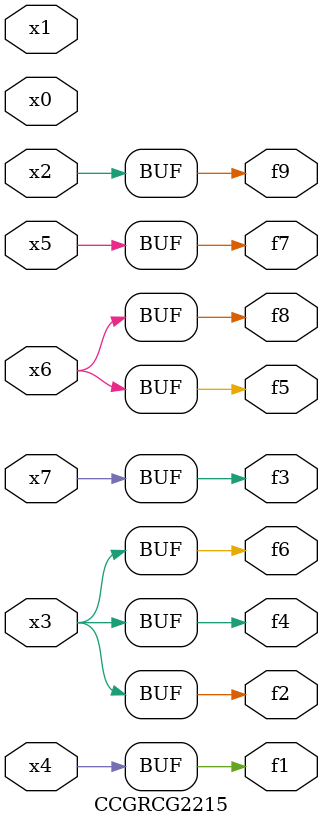
<source format=v>
module CCGRCG2215(
	input x0, x1, x2, x3, x4, x5, x6, x7,
	output f1, f2, f3, f4, f5, f6, f7, f8, f9
);
	assign f1 = x4;
	assign f2 = x3;
	assign f3 = x7;
	assign f4 = x3;
	assign f5 = x6;
	assign f6 = x3;
	assign f7 = x5;
	assign f8 = x6;
	assign f9 = x2;
endmodule

</source>
